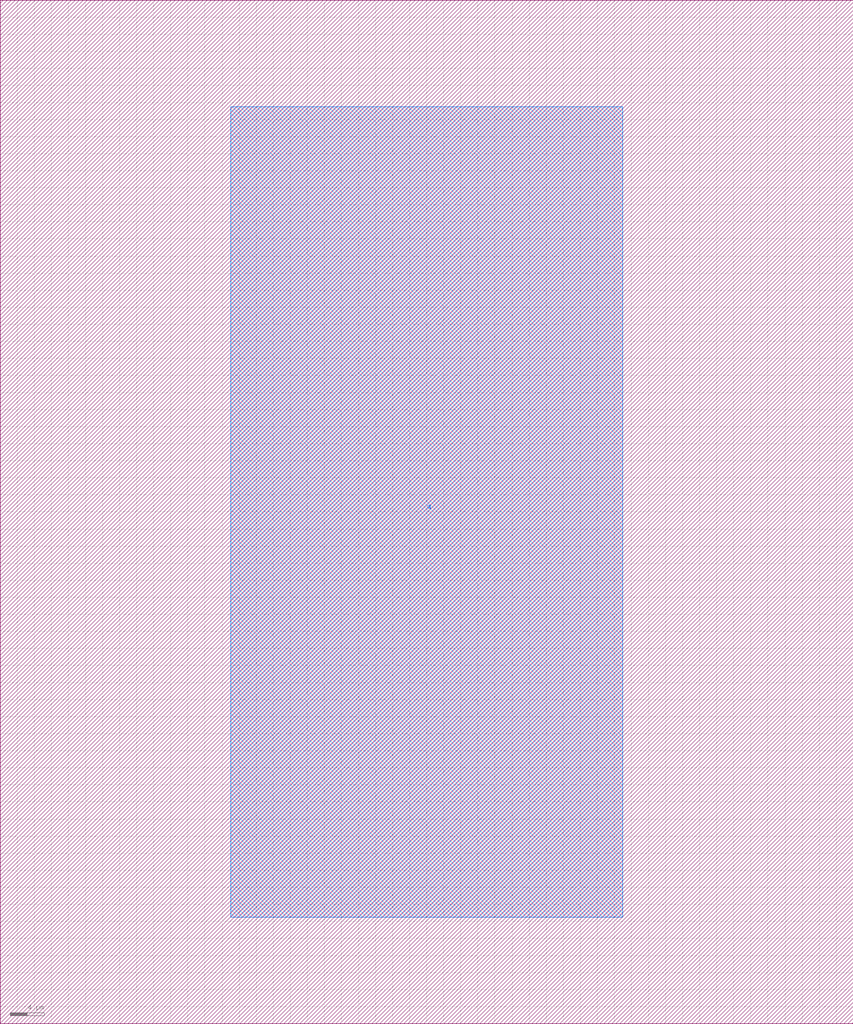
<source format=lef>
VERSION 5.8 ;

BUSBITCHARS "[]" ;

DIVIDERCHAR "/" ;

UNITS
	DATABASE MICRONS 1000 ;
END UNITS

MANUFACTURINGGRID 0.01 ;

CLEARANCEMEASURE EUCLIDEAN ;

USEMINSPACING OBS ON ;

SITE CoreSite
	CLASS CORE ;
	SIZE 1 BY 160 ;
END CoreSite

LAYER M1
	TYPE ROUTING ;
	DIRECTION HORIZONTAL ;
	WIDTH 4.4 ;
	SPACING 5.6 ;
	SPACING 0.09 ENDOFLINE 0.09 WITHIN 0.025 ;
	SPACINGTABLE
		PARALLELRUNLENGTH 0.0
		WIDTH 0.0 0.06
		WIDTH 0.1 0.1
		WIDTH 0.75 0.25
		WIDTH 1.5 0.45 ;
	PITCH 10.0 10.0 ;
END M1

LAYER via1
	TYPE CUT ;
	SPACING 5.6 ;
	WIDTH 4.4 ;
END via1

LAYER M2
	TYPE ROUTING ;
	DIRECTION VERTICAL ;
	WIDTH 4.4 ;
	SPACING 5.6 ;
	SPACING 0.09 ENDOFLINE 0.09 WITHIN 0.025 ;
	SPACINGTABLE
		PARALLELRUNLENGTH 0.0
		WIDTH 0.0 0.06
		WIDTH 0.1 0.1
		WIDTH 0.75 0.25
		WIDTH 1.5 0.45 ;
	PITCH 10.0 10.0 ;
END M2

LAYER via2
	TYPE CUT ;
	SPACING 5.6 ;
	WIDTH 4.4 ;
END via2

LAYER M3
	TYPE ROUTING ;
	DIRECTION HORIZONTAL ;
	WIDTH 4.4 ;
	SPACING 5.6 ;
	SPACING 0.09 ENDOFLINE 0.09 WITHIN 0.025 ;
	SPACINGTABLE
		PARALLELRUNLENGTH 0.0
		WIDTH 0.0 0.06
		WIDTH 0.1 0.1
		WIDTH 0.75 0.25
		WIDTH 1.5 0.45 ;
	PITCH 10.0 10.0 ;
END M3

LAYER via3
	TYPE CUT ;
	SPACING 5.6 ;
	WIDTH 4.4 ;
END via3

LAYER M4
	TYPE ROUTING ;
	DIRECTION VERTICAL ;
	WIDTH 4.4 ;
	SPACING 5.6 ;
	SPACING 0.09 ENDOFLINE 0.09 WITHIN 0.025 ;
	SPACINGTABLE
		PARALLELRUNLENGTH 0.0
		WIDTH 0.0 0.06
		WIDTH 0.1 0.1
		WIDTH 0.75 0.25
		WIDTH 1.5 0.45 ;
	PITCH 10.0 10.0 ;
END M4

LAYER via4
	TYPE CUT ;
	SPACING 5.6 ;
	WIDTH 4.4 ;
END via4

LAYER M5
	TYPE ROUTING ;
	DIRECTION HORIZONTAL ;
	WIDTH 4.4 ;
	SPACING 5.6 ;
	SPACING 0.09 ENDOFLINE 0.09 WITHIN 0.025 ;
	SPACINGTABLE
		PARALLELRUNLENGTH 0.0
		WIDTH 0.0 0.06
		WIDTH 0.1 0.1
		WIDTH 0.75 0.25
		WIDTH 1.5 0.45 ;
	PITCH 10.0 10.0 ;
END M5

LAYER via5
	TYPE CUT ;
	SPACING 5.6 ;
	WIDTH 4.4 ;
END via5

LAYER M6
	TYPE ROUTING ;
	DIRECTION VERTICAL ;
	WIDTH 4.4 ;
	SPACING 5.6 ;
	SPACING 0.09 ENDOFLINE 0.09 WITHIN 0.025 ;
	SPACINGTABLE
		PARALLELRUNLENGTH 0.0
		WIDTH 0.0 0.06
		WIDTH 0.1 0.1
		WIDTH 0.75 0.25
		WIDTH 1.5 0.45 ;
	PITCH 10.0 10.0 ;
END M6

LAYER OVERLAP
	TYPE OVERLAP ;
END OVERLAP

VIA VIA12 DEFAULT
	LAYER M1 ;
		RECT -2.2 -2.2 2.2 2.2 ;
	LAYER via1 ;
		RECT -2.2 -2.2 2.2 2.2 ;
	LAYER M2 ;
		RECT -2.2 -2.2 2.2 2.2 ;
END VIA12

VIA VIA23 DEFAULT
	LAYER M2 ;
		RECT -2.2 -2.2 2.2 2.2 ;
	LAYER via2 ;
		RECT -2.2 -2.2 2.2 2.2 ;
	LAYER M3 ;
		RECT -2.2 -2.2 2.2 2.2 ;
END VIA23

VIA VIA34 DEFAULT
	LAYER M3 ;
		RECT -2.2 -2.2 2.2 2.2 ;
	LAYER via3 ;
		RECT -2.2 -2.2 2.2 2.2 ;
	LAYER M4 ;
		RECT -2.2 -2.2 2.2 2.2 ;
END VIA34

VIA VIA45 DEFAULT
	LAYER M4 ;
		RECT -2.2 -2.2 2.2 2.2 ;
	LAYER via4 ;
		RECT -2.2 -2.2 2.2 2.2 ;
	LAYER M5 ;
		RECT -2.2 -2.2 2.2 2.2 ;
END VIA45

VIA VIA56 DEFAULT
	LAYER M5 ;
		RECT -2.2 -2.2 2.2 2.2 ;
	LAYER via5 ;
		RECT -2.2 -2.2 2.2 2.2 ;
	LAYER M6 ;
		RECT -2.2 -2.2 2.2 2.2 ;
END VIA56

MACRO PAD
	CLASS CORE ;
	ORIGIN 0.0 0.0 ;
	SIZE 100.0 BY 120.0 ;
	SYMMETRY X Y ;
	SITE CoreSite ;
	PIN a
	DIRECTION INOUT ;
	USE SIGNAL ;
		PORT
			LAYER M1 ;
				RECT 27.0 12.5 73.0 107.5 ;
			LAYER M6 ;
				RECT 27.0 12.5 73.0 107.5 ;
		END
	END a
END PAD

MACRO THmitll_ALWAYS0T_ASYNC
	CLASS CORE ;
	SIZE 10.0 BY 70.0 ;
	ORIGIN -0.0 0.0 ;
	SYMMETRY X Y ;
	SITE CoreSite ;
	PIN q
	DIRECTION OUTPUT ;
	USE SIGNAL ;
		PORT
			LAYER M3 ;
				RECT 2.8 2.8 7.2 7.2 ;
		END
	END q
	PIN a
	DIRECTION INPUT ;
	USE SIGNAL ;
		PORT
			LAYER M3 ;
				RECT 2.8 32.8 7.2 37.2 ;
		END
	END a
END THmitll_ALWAYS0T_ASYNC

MACRO THmitll_ALWAYS0T_ASYNC_NOA
	CLASS CORE ;
	SIZE 10.0 BY 70.0 ;
	ORIGIN -0.0 0.0 ;
	SYMMETRY X Y ;
	SITE CoreSite ;
	PIN q
	DIRECTION OUTPUT ;
	USE SIGNAL ;
		PORT
			LAYER M3 ;
				RECT 2.8 2.8 7.2 7.2 ;
		END
	END q
END THmitll_ALWAYS0T_ASYNC_NOA

MACRO THmitll_ALWAYS0T_SYNC
	CLASS CORE ;
	SIZE 10.0 BY 70.0 ;
	ORIGIN -0.0 0.0 ;
	SYMMETRY X Y ;
	SITE CoreSite ;
	PIN q
	DIRECTION OUTPUT ;
	USE SIGNAL ;
		PORT
			LAYER M3 ;
				RECT 2.8 2.8 7.2 7.2 ;
		END
	END q
	PIN clk
	DIRECTION INPUT ;
	USE CLOCK ;
		PORT
			LAYER M3 ;
				RECT 2.8 32.8 7.2 37.2 ;
		END
	END clk
	PIN a
	DIRECTION INPUT ;
	USE SIGNAL ;
		PORT
			LAYER M3 ;
				RECT 2.8 52.8 7.2 57.2 ;
		END
	END a
END THmitll_ALWAYS0T_SYNC

MACRO THmitll_ALWAYS0T_SYNC_NOA
	CLASS CORE ;
	SIZE 10.0 BY 70.0 ;
	ORIGIN -0.0 0.0 ;
	SYMMETRY X Y ;
	SITE CoreSite ;
	PIN q
	DIRECTION OUTPUT ;
	USE SIGNAL ;
		PORT
			LAYER M3 ;
				RECT 2.8 2.8 7.2 7.2 ;
		END
	END q
	PIN clk
	DIRECTION INPUT ;
	USE CLOCK ;
		PORT
			LAYER M3 ;
				RECT 2.8 32.8 7.2 37.2 ;
		END
	END clk
END THmitll_ALWAYS0T_SYNC_NOA

MACRO THmitll_AND2T
	CLASS CORE ;
	SIZE 50.0 BY 70.0 ;
	ORIGIN -0.0 0.0 ;
	SYMMETRY X Y ;
	SITE CoreSite ;
	PIN a
	DIRECTION INPUT ;
	USE SIGNAL ;
		PORT
			LAYER M3 ;
				RECT 12.8 62.8 17.2 67.2 ;
		END
	END a
	PIN clk
	DIRECTION INPUT ;
	USE CLOCK ;
		PORT
			LAYER M3 ;
				RECT 2.8 2.8 7.2 7.2 ;
		END
	END clk
	PIN q
	DIRECTION OUTPUT ;
	USE SIGNAL ;
		PORT
			LAYER M3 ;
				RECT 42.8 22.8 47.2 27.2 ;
		END
	END q
	PIN b
	DIRECTION INPUT ;
	USE SIGNAL ;
		PORT
			LAYER M3 ;
				RECT 42.8 12.8 47.2 17.2 ;
		END
	END b
END THmitll_AND2T

MACRO THmitll_BUFFT
	CLASS CORE ;
	SIZE 20.0 BY 70.0 ;
	ORIGIN 0.0 0.0 ;
	SYMMETRY X Y ;
	SITE CoreSite ;
	PIN q
	DIRECTION OUTPUT ;
	USE SIGNAL ;
		PORT
			LAYER M3 ;
				RECT 12.8 2.8 17.2 7.2 ;
		END
	END q
	PIN a
	DIRECTION INPUT ;
	USE SIGNAL ;
		PORT
			LAYER M3 ;
				RECT 12.8 42.8 17.2 47.2 ;
		END
	END a
END THmitll_BUFFT

MACRO THmitll_DCSFQ-PTLTX
	CLASS CORE ;
	SIZE 20.05 BY 70.0 ;
	ORIGIN -0.05 0.0 ;
	SYMMETRY X Y ;
	SITE CoreSite ;
	PIN q
	DIRECTION OUTPUT ;
	USE SIGNAL ;
		PORT
			LAYER M3 ;
				RECT 2.8 2.8 7.2 7.2 ;
		END
	END q
END THmitll_DCSFQ-PTLTX

MACRO THmitll_DFFT
	CLASS CORE ;
	SIZE 30.0 BY 70.0 ;
	ORIGIN -0.0 0.0 ;
	SYMMETRY X Y ;
	SITE CoreSite ;
	PIN a
	DIRECTION INPUT ;
	USE SIGNAL ;
		PORT
			LAYER M3 ;
				RECT 2.8 2.8 7.2 7.2 ;
		END
	END a
	PIN clk
	DIRECTION INPUT ;
	USE CLOCK ;
		PORT
			LAYER M3 ;
				RECT 22.8 2.8 27.2 7.2 ;
		END
	END clk
	PIN q
	DIRECTION OUTPUT ;
	USE SIGNAL ;
		PORT
			LAYER M3 ;
				RECT 22.8 62.8 27.2 67.2 ;
		END
	END q
END THmitll_DFFT

MACRO THmitll_JTLT
	CLASS CORE ;
	SIZE 20.0 BY 70.0 ;
	ORIGIN 0.0 0.0 ;
	SYMMETRY X Y ;
	SITE CoreSite ;
	PIN q
	DIRECTION OUTPUT ;
	USE SIGNAL ;
		PORT
			LAYER M3 ;
				RECT 12.8 2.8 17.2 7.2 ;
		END
	END q
	PIN a
	DIRECTION INPUT ;
	USE SIGNAL ;
		PORT
			LAYER M3 ;
				RECT 12.8 32.8 17.2 37.2 ;
		END
	END a
END THmitll_JTLT

MACRO THmitll_MERGET
	CLASS CORE ;
	SIZE 50.0 BY 70.0 ;
	ORIGIN 0.0 0.0 ;
	SYMMETRY X Y ;
	SITE CoreSite ;
	PIN q
	DIRECTION OUTPUT ;
	USE SIGNAL ;
		PORT
			LAYER M3 ;
				RECT 42.8 32.8 47.2 37.2 ;
		END
	END q
	PIN b
	DIRECTION INPUT ;
	USE SIGNAL ;
		PORT
			LAYER M3 ;
				RECT 42.8 62.8 47.2 67.2 ;
		END
	END b
	PIN a
	DIRECTION INPUT ;
	USE SIGNAL ;
		PORT
			LAYER M3 ;
				RECT 12.8 2.8 17.2 7.2 ;
		END
	END a
END THmitll_MERGET

MACRO THmitll_NDROT
	CLASS CORE ;
	SIZE 50.0 BY 70.0 ;
	ORIGIN -0.0 0.0 ;
	SYMMETRY X Y ;
	SITE CoreSite ;
	PIN b
	DIRECTION INPUT ;
	USE SIGNAL ;
		PORT
			LAYER M3 ;
				RECT 42.8 62.8 47.2 67.2 ;
		END
	END b
	PIN a
	DIRECTION INPUT ;
	USE SIGNAL ;
		PORT
			LAYER M3 ;
				RECT 2.8 62.8 7.2 67.2 ;
		END
	END a
	PIN clk
	DIRECTION INPUT ;
	USE CLOCK ;
		PORT
			LAYER M3 ;
				RECT 2.8 22.8 7.2 27.2 ;
		END
	END clk
	PIN q
	DIRECTION OUTPUT ;
	USE SIGNAL ;
		PORT
			LAYER M3 ;
				RECT 32.8 2.8 37.2 7.2 ;
		END
	END q
END THmitll_NDROT

MACRO THmitll_NOTT
	CLASS CORE ;
	SIZE 40.0 BY 70.0 ;
	ORIGIN -0.0 0.0 ;
	SYMMETRY X Y ;
	SITE CoreSite ;
	PIN a
	DIRECTION INPUT ;
	USE SIGNAL ;
		PORT
			LAYER M3 ;
				RECT 2.8 62.8 7.2 67.2 ;
		END
	END a
	PIN clk
	DIRECTION INPUT ;
	USE CLOCK ;
		PORT
			LAYER M3 ;
				RECT 32.8 62.8 37.2 67.2 ;
		END
	END clk
	PIN q
	DIRECTION OUTPUT ;
	USE SIGNAL ;
		PORT
			LAYER M3 ;
				RECT 32.8 2.8 37.2 7.2 ;
		END
	END q
END THmitll_NOTT

MACRO THmitll_OR2T
	CLASS CORE ;
	SIZE 40.0 BY 70.0 ;
	ORIGIN -0.0 0.0 ;
	SYMMETRY X Y ;
	SITE CoreSite ;
	PIN b
	DIRECTION INPUT ;
	USE SIGNAL ;
		PORT
			LAYER M3 ;
				RECT 2.8 2.8 7.2 7.2 ;
		END
	END b
	PIN q
	DIRECTION OUTPUT ;
	USE SIGNAL ;
		PORT
			LAYER M3 ;
				RECT 32.8 2.8 37.2 7.2 ;
		END
	END q
	PIN clk
	DIRECTION INPUT ;
	USE CLOCK ;
		PORT
			LAYER M3 ;
				RECT 32.8 62.8 37.2 67.2 ;
		END
	END clk
	PIN a
	DIRECTION INPUT ;
	USE SIGNAL ;
		PORT
			LAYER M3 ;
				RECT 2.8 62.8 7.2 67.2 ;
		END
	END a
END THmitll_OR2T

MACRO THmitll_SPLITT
	CLASS CORE ;
	SIZE 30.0 BY 70.0 ;
	ORIGIN 0.0 0.0 ;
	SYMMETRY X Y ;
	SITE CoreSite ;
	PIN q1
	DIRECTION OUTPUT ;
	USE SIGNAL ;
		PORT
			LAYER M3 ;
				RECT 22.8 12.8 27.2 17.2 ;
		END
	END q1
	PIN q0
	DIRECTION OUTPUT ;
	USE SIGNAL ;
		PORT
			LAYER M3 ;
				RECT 22.8 22.8 27.2 27.2 ;
		END
	END q0
	PIN a
	DIRECTION INPUT ;
	USE SIGNAL ;
		PORT
			LAYER M3 ;
				RECT 2.8 62.8 7.2 67.2 ;
		END
	END a
END THmitll_SPLITT

MACRO THmitll_XORT
	CLASS CORE ;
	SIZE 50.0 BY 70.0 ;
	ORIGIN -0.0 0.0 ;
	SYMMETRY X Y ;
	SITE CoreSite ;
	PIN clk
	DIRECTION INPUT ;
	USE CLOCK ;
		PORT
			LAYER M3 ;
				RECT 2.8 2.8 7.2 7.2 ;
		END
	END clk
	PIN a
	DIRECTION INPUT ;
	USE SIGNAL ;
		PORT
			LAYER M3 ;
				RECT 2.8 62.8 7.2 67.2 ;
		END
	END a
	PIN b
	DIRECTION INPUT ;
	USE SIGNAL ;
		PORT
			LAYER M3 ;
				RECT 42.8 62.8 47.2 67.2 ;
		END
	END b
	PIN q
	DIRECTION OUTPUT ;
	USE SIGNAL ;
		PORT
			LAYER M3 ;
				RECT 32.8 2.8 37.2 7.2 ;
		END
	END q
END THmitll_XORT

END LIBRARY

</source>
